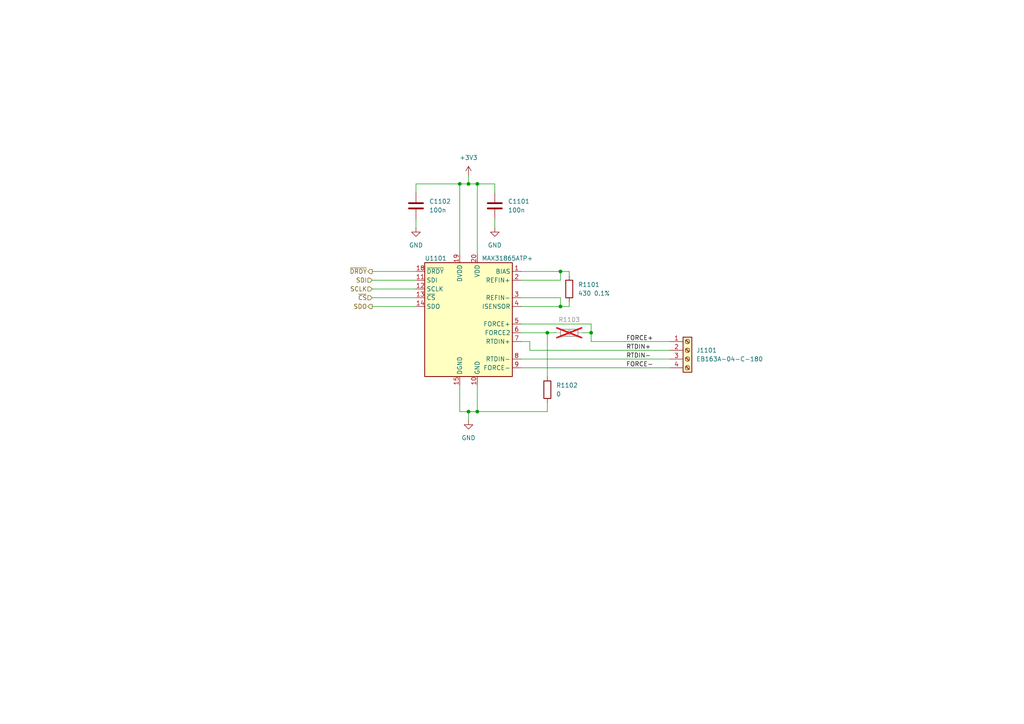
<source format=kicad_sch>
(kicad_sch (version 20230121) (generator eeschema)
  (paper "A4")
  (lib_symbols
    (symbol "Connector:Screw_Terminal_01x04" (pin_names (offset 1.016) hide)
      (property "Reference" "J" (at 0 5.08 0))
      (property "Value" "Screw_Terminal_01x04" (at 0 -7.62 0))
      (symbol "Screw_Terminal_01x04_1_1"
        (rectangle (start -1.27 3.81) (end 1.27 -6.35) (stroke (width 0.254)) (fill (type background)))
        (circle (center 0 -5.08) (radius 0.635) (stroke (width 0.1524)))
        (circle (center 0 -2.54) (radius 0.635) (stroke (width 0.1524)))
        (polyline (pts (xy -0.5334 -4.7498) (xy 0.3302 -5.588)) (stroke (width 0.1524)))
        (polyline (pts (xy -0.5334 -2.2098) (xy 0.3302 -3.048)) (stroke (width 0.1524)))
        (polyline (pts (xy -0.5334 0.3302) (xy 0.3302 -0.508)) (stroke (width 0.1524)))
        (polyline (pts (xy -0.5334 2.8702) (xy 0.3302 2.032)) (stroke (width 0.1524)))
        (polyline (pts (xy -0.3556 -4.572) (xy 0.508 -5.4102)) (stroke (width 0.1524)))
        (polyline (pts (xy -0.3556 -2.032) (xy 0.508 -2.8702)) (stroke (width 0.1524)))
        (polyline (pts (xy -0.3556 0.508) (xy 0.508 -0.3302)) (stroke (width 0.1524)))
        (polyline (pts (xy -0.3556 3.048) (xy 0.508 2.2098)) (stroke (width 0.1524)))
        (circle (center 0 0) (radius 0.635) (stroke (width 0.1524)))
        (circle (center 0 2.54) (radius 0.635) (stroke (width 0.1524)))
        (pin passive line (at -5.08 2.54 0) (length 3.81) (name "Pin_1") (number "1"))
        (pin passive line (at -5.08 0 0) (length 3.81) (name "Pin_2") (number "2"))
        (pin passive line (at -5.08 -2.54 0) (length 3.81) (name "Pin_3") (number "3"))
        (pin passive line (at -5.08 -5.08 0) (length 3.81) (name "Pin_4") (number "4"))
      )
    )
    (symbol "Device:C" (pin_numbers hide) (pin_names (offset 0.254))
      (property "Reference" "C" (at 0.635 2.54 0))
      (property "Value" "C" (at 0.635 -2.54 0))
      (symbol "C_0_1"
        (polyline (pts (xy -2.032 -0.762) (xy 2.032 -0.762)) (stroke (width 0.508)))
        (polyline (pts (xy -2.032 0.762) (xy 2.032 0.762)) (stroke (width 0.508)))
      )
      (symbol "C_1_1"
        (pin passive line (at 0 3.81 270) (length 2.794) (name "~") (number "1"))
        (pin passive line (at 0 -3.81 90) (length 2.794) (name "~") (number "2"))
      )
    )
    (symbol "Device:R" (pin_numbers hide) (pin_names (offset 0))
      (property "Reference" "R" (at 2.032 0 90))
      (property "Value" "R" (at 0 0 90))
      (symbol "R_0_1"
        (rectangle (start -1.016 -2.54) (end 1.016 2.54) (stroke (width 0.254)))
      )
      (symbol "R_1_1"
        (pin passive line (at 0 3.81 270) (length 1.27) (name "~") (number "1"))
        (pin passive line (at 0 -3.81 90) (length 1.27) (name "~") (number "2"))
      )
    )
    (symbol "Sensor_Temperature:MAX31865xTP"
      (property "Reference" "U" (at -11.43 19.05 0))
      (property "Value" "MAX31865xTP" (at 10.16 19.05 0))
      (symbol "MAX31865xTP_0_1"
        (rectangle (start -12.7 17.78) (end 12.7 -15.24) (stroke (width 0.254)) (fill (type background)))
      )
      (symbol "MAX31865xTP_1_1"
        (pin power_out line (at 15.24 15.24 180) (length 2.54) (name "BIAS") (number "1"))
        (pin power_in line (at 2.54 -17.78 90) (length 2.54) (name "GND") (number "10"))
        (pin input line (at -15.24 12.7 0) (length 2.54) (name "SDI") (number "11"))
        (pin input line (at -15.24 10.16 0) (length 2.54) (name "SCLK") (number "12"))
        (pin input line (at -15.24 7.62 0) (length 2.54) (name "~{CS}") (number "13"))
        (pin tri_state line (at -15.24 5.08 0) (length 2.54) (name "SDO") (number "14"))
        (pin power_in line (at -2.54 -17.78 90) (length 2.54) (name "DGND") (number "15"))
        (pin passive line (at 2.54 -17.78 90) (length 2.54) hide (name "GND") (number "16"))
        (pin no_connect line (at -12.7 -2.54 0) (length 2.54) hide (name "NC") (number "17"))
        (pin output line (at -15.24 15.24 0) (length 2.54) (name "~{DRDY}") (number "18"))
        (pin power_in line (at -2.54 20.32 270) (length 2.54) (name "DVDD") (number "19"))
        (pin input line (at 15.24 12.7 180) (length 2.54) (name "REFIN+") (number "2"))
        (pin power_in line (at 2.54 20.32 270) (length 2.54) (name "VDD") (number "20"))
        (pin passive line (at 2.54 -17.78 90) (length 2.54) hide (name "GND") (number "21"))
        (pin input line (at 15.24 7.62 180) (length 2.54) (name "REFIN-") (number "3"))
        (pin passive line (at 15.24 5.08 180) (length 2.54) (name "ISENSOR") (number "4"))
        (pin passive line (at 15.24 0 180) (length 2.54) (name "FORCE+") (number "5"))
        (pin input line (at 15.24 -2.54 180) (length 2.54) (name "FORCE2") (number "6"))
        (pin input line (at 15.24 -5.08 180) (length 2.54) (name "RTDIN+") (number "7"))
        (pin input line (at 15.24 -10.16 180) (length 2.54) (name "RTDIN-") (number "8"))
        (pin power_out line (at 15.24 -12.7 180) (length 2.54) (name "FORCE-") (number "9"))
      )
    )
    (symbol "power:+3V3" (power) (pin_names (offset 0))
      (property "Value" "+3V3" (at 0 3.556 0))
      (symbol "+3V3_0_1"
        (polyline (pts (xy -0.762 1.27) (xy 0 2.54)))
        (polyline (pts (xy 0 0) (xy 0 2.54)))
        (polyline (pts (xy 0 2.54) (xy 0.762 1.27)))
      )
      (symbol "+3V3_1_1"
        (pin power_in line (at 0 0 90) (length 0) hide (name "+3V3") (number "1"))
      )
    )
    (symbol "power:GND" (power) (pin_names (offset 0))
      (property "Value" "GND" (at 0 -3.81 0))
      (symbol "GND_0_1"
        (polyline (pts (xy 0 0) (xy 0 -1.27) (xy 1.27 -1.27) (xy 0 -2.54) (xy -1.27 -1.27) (xy 0 -1.27)))
      )
      (symbol "GND_1_1"
        (pin power_in line (at 0 0 270) (length 0) hide (name "GND") (number "1"))
      )
    )
  )
  (junction (at 162.56 78.74))
  (junction (at 158.75 96.52))
  (junction (at 135.89 119.38))
  (junction (at 171.45 96.52))
  (junction (at 135.89 53.34))
  (junction (at 138.43 119.38))
  (junction (at 133.35 53.34))
  (junction (at 162.56 88.9))
  (junction (at 138.43 53.34))
  (wire (pts (xy 151.13 96.52) (xy 158.75 96.52)))
  (wire (pts (xy 133.35 111.76) (xy 133.35 119.38)))
  (wire (pts (xy 171.45 93.98) (xy 171.45 96.52)))
  (wire (pts (xy 151.13 81.28) (xy 162.56 81.28)))
  (wire (pts (xy 120.65 55.88) (xy 120.65 53.34)))
  (wire (pts (xy 151.13 78.74) (xy 162.56 78.74)))
  (wire (pts (xy 162.56 81.28) (xy 162.56 78.74)))
  (wire (pts (xy 165.1 87.63) (xy 165.1 88.9)))
  (wire (pts (xy 162.56 78.74) (xy 165.1 78.74)))
  (wire (pts (xy 135.89 50.8) (xy 135.89 53.34)))
  (wire (pts (xy 107.95 86.36) (xy 120.65 86.36)))
  (wire (pts (xy 133.35 73.66) (xy 133.35 53.34)))
  (wire (pts (xy 138.43 53.34) (xy 138.43 73.66)))
  (wire (pts (xy 153.67 101.6) (xy 194.31 101.6)))
  (wire (pts (xy 133.35 53.34) (xy 135.89 53.34)))
  (wire (pts (xy 151.13 104.14) (xy 194.31 104.14)))
  (wire (pts (xy 151.13 106.68) (xy 194.31 106.68)))
  (wire (pts (xy 107.95 88.9) (xy 120.65 88.9)))
  (wire (pts (xy 171.45 96.52) (xy 168.91 96.52)))
  (wire (pts (xy 162.56 88.9) (xy 165.1 88.9)))
  (wire (pts (xy 162.56 86.36) (xy 162.56 88.9)))
  (wire (pts (xy 143.51 53.34) (xy 143.51 55.88)))
  (wire (pts (xy 138.43 53.34) (xy 143.51 53.34)))
  (wire (pts (xy 107.95 81.28) (xy 120.65 81.28)))
  (wire (pts (xy 138.43 111.76) (xy 138.43 119.38)))
  (wire (pts (xy 151.13 93.98) (xy 171.45 93.98)))
  (wire (pts (xy 133.35 119.38) (xy 135.89 119.38)))
  (wire (pts (xy 138.43 119.38) (xy 158.75 119.38)))
  (wire (pts (xy 107.95 83.82) (xy 120.65 83.82)))
  (wire (pts (xy 165.1 78.74) (xy 165.1 80.01)))
  (wire (pts (xy 135.89 119.38) (xy 138.43 119.38)))
  (wire (pts (xy 135.89 53.34) (xy 138.43 53.34)))
  (wire (pts (xy 143.51 63.5) (xy 143.51 66.04)))
  (wire (pts (xy 120.65 63.5) (xy 120.65 66.04)))
  (wire (pts (xy 151.13 86.36) (xy 162.56 86.36)))
  (wire (pts (xy 151.13 99.06) (xy 153.67 99.06)))
  (wire (pts (xy 151.13 88.9) (xy 162.56 88.9)))
  (wire (pts (xy 158.75 96.52) (xy 161.29 96.52)))
  (wire (pts (xy 158.75 119.38) (xy 158.75 116.84)))
  (wire (pts (xy 135.89 119.38) (xy 135.89 121.92)))
  (wire (pts (xy 153.67 99.06) (xy 153.67 101.6)))
  (wire (pts (xy 158.75 109.22) (xy 158.75 96.52)))
  (wire (pts (xy 171.45 96.52) (xy 171.45 99.06)))
  (wire (pts (xy 120.65 53.34) (xy 133.35 53.34)))
  (wire (pts (xy 171.45 99.06) (xy 194.31 99.06)))
  (wire (pts (xy 107.95 78.74) (xy 120.65 78.74)))
  (label "RTDIN+" (at 181.61 101.6 0))
  (label "RTDIN-" (at 181.61 104.14 0))
  (label "FORCE-" (at 181.61 106.68 0))
  (label "FORCE+" (at 181.61 99.06 0))
  (hierarchical_label "SDI" (shape input) (at 107.95 81.28 180))
  (hierarchical_label "~{DRDY}" (shape output) (at 107.95 78.74 180))
  (hierarchical_label "SCLK" (shape input) (at 107.95 83.82 180))
  (hierarchical_label "SDO" (shape output) (at 107.95 88.9 180))
  (hierarchical_label "~{CS}" (shape input) (at 107.95 86.36 180))
  (symbol (lib_id "Device:R") (at 158.75 113.03 0) (unit 1)
    (property "Reference" "R1102" (at 161.29 111.76 0) (effects (justify left)))
    (property "Value" "0" (at 161.29 114.3 0) (effects (justify left)))
    (property "Footprint" "Resistor_SMD:R_0603_1608Metric" (effects hide))
    (instances (project "reflow-controller-v1" (path "" (reference "R1102") (unit 1)) (path "" (reference "R1201") (unit 1)) (path "" (reference "R1301") (unit 1))))
  )
  (symbol (lib_id "Device:C") (at 120.65 59.69 0) (unit 1)
    (property "Reference" "C1102" (at 124.46 58.42 0) (effects (justify left)))
    (property "Value" "100n" (at 124.46 60.96 0) (effects (justify left)))
    (instances (project "reflow-controller-v1" (path "" (reference "C1102") (unit 1)) (path "" (reference "C1201") (unit 1)) (path "" (reference "C1301") (unit 1))))
  )
  (symbol (lib_id "power:GND") (at 143.51 66.04 0) (unit 1)
    (property "Reference" "#PWR01104" (effects hide))
    (property "Value" "GND" (at 143.51 71.12 0))
    (instances (project "reflow-controller-v1" (path "" (reference "#PWR01104") (unit 1)) (path "" (reference "#PWR01204") (unit 1)) (path "" (reference "#PWR01304") (unit 1))))
  )
  (symbol (lib_id "Device:R") (at 165.1 83.82 0) (unit 1)
    (property "Reference" "R1101" (at 167.64 82.55 0) (effects (justify left)))
    (property "Value" "430 0.1%" (at 167.64 85.09 0) (effects (justify left)))
    (property "Footprint" "Resistor_SMD:R_1206_3216Metric" (effects hide))
    (instances (project "reflow-controller-v1" (path "" (reference "R1101") (unit 1)) (path "" (reference "R1202") (unit 1)) (path "" (reference "R1302") (unit 1))))
  )
  (symbol (lib_id "Connector:Screw_Terminal_01x04") (at 199.39 101.6 0) (unit 1)
    (property "Reference" "J1101" (at 201.93 101.6 0) (effects (justify left)))
    (property "Value" "EB163A-04-C-180" (at 201.93 104.14 0) (effects (justify left)))
    (property "Footprint" "Connector_Phoenix_SPT:PhoenixContact_SPT_2.5_4-V-5.0-EX_1x04_P5.0mm_Vertical" (effects hide))
    (instances (project "reflow-controller-v1" (path "" (reference "J1101") (unit 1)) (path "" (reference "J1201") (unit 1)) (path "" (reference "J1301") (unit 1))))
  )
  (symbol (lib_id "Sensor_Temperature:MAX31865xTP") (at 135.89 93.98 0) (unit 1)
    (property "Reference" "U1101" (at 123.19 74.93 0) (effects (justify left)))
    (property "Value" "MAX31865ATP+" (at 139.7 74.93 0) (effects (justify left)))
    (property "Footprint" "Package_DFN_QFN:TQFN-20-1EP_5x5mm_P0.65mm_EP3.25x3.25mm" (effects hide))
    (property "Datasheet" "https://datasheets.maximintegrated.com/en/ds/MAX31865.pdf" (effects hide))
    (instances (project "reflow-controller-v1" (path "" (reference "U1101") (unit 1)) (path "" (reference "U1201") (unit 1)) (path "" (reference "U1301") (unit 1))))
  )
  (symbol (lib_id "power:GND") (at 120.65 66.04 0) (unit 1)
    (property "Reference" "#PWR01103" (effects hide))
    (property "Value" "GND" (at 120.65 71.12 0))
    (instances (project "reflow-controller-v1" (path "" (reference "#PWR01103") (unit 1)) (path "" (reference "#PWR01201") (unit 1)) (path "" (reference "#PWR01301") (unit 1))))
  )
  (symbol (lib_id "Device:C") (at 143.51 59.69 0) (unit 1)
    (property "Reference" "C1101" (at 147.32 58.42 0) (effects (justify left)))
    (property "Value" "100n" (at 147.32 60.96 0) (effects (justify left)))
    (instances (project "reflow-controller-v1" (path "" (reference "C1101") (unit 1)) (path "" (reference "C1202") (unit 1)) (path "" (reference "C1302") (unit 1))))
  )
  (symbol (lib_id "power:+3V3") (at 135.89 50.8 0) (unit 1)
    (property "Reference" "#PWR01101" (effects hide))
    (property "Value" "+3V3" (at 135.89 45.72 0))
    (instances (project "reflow-controller-v1" (path "" (reference "#PWR01101") (unit 1)) (path "" (reference "#PWR01202") (unit 1)) (path "" (reference "#PWR01302") (unit 1))))
  )
  (symbol (lib_id "power:GND") (at 135.89 121.92 0) (unit 1)
    (property "Reference" "#PWR01102" (effects hide))
    (property "Value" "GND" (at 135.89 127 0))
    (instances (project "reflow-controller-v1" (path "" (reference "#PWR01102") (unit 1)) (path "" (reference "#PWR01203") (unit 1)) (path "" (reference "#PWR01303") (unit 1))))
  )
  (symbol (lib_id "Device:R") (at 165.1 96.52 90) (unit 1) (dnp yes)
    (property "Reference" "R1103" (at 165.1 92.71 90))
    (property "Value" "0" (at 165.1 96.52 90))
    (property "Footprint" "Resistor_SMD:R_0603_1608Metric" (effects hide))
    (instances (project "reflow-controller-v1" (path "" (reference "R1103") (unit 1)) (path "" (reference "R1203") (unit 1)) (path "" (reference "R1303") (unit 1))))
  )
)
</source>
